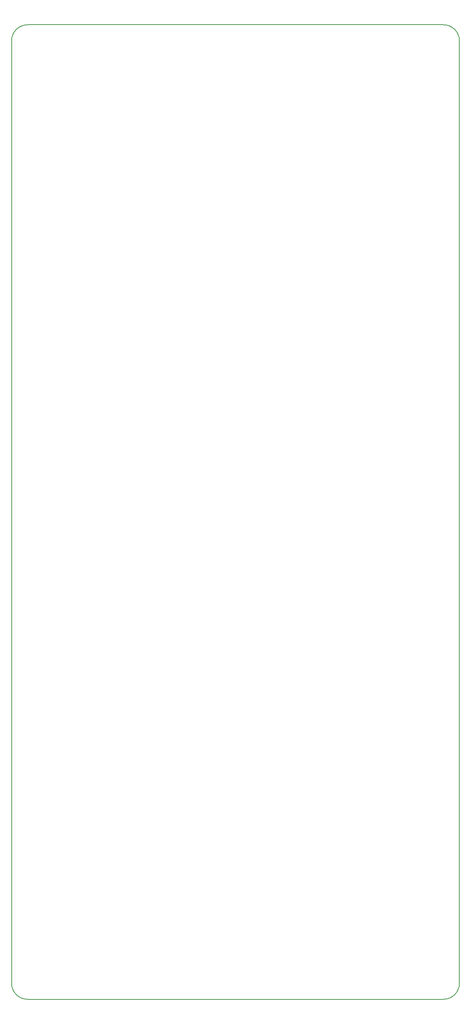
<source format=gbr>
G04 #@! TF.FileFunction,Profile,NP*
%FSLAX46Y46*%
G04 Gerber Fmt 4.6, Leading zero omitted, Abs format (unit mm)*
G04 Created by KiCad (PCBNEW 4.0.6) date Sunday, July 01, 2018 'PMt' 09:57:40 PM*
%MOMM*%
%LPD*%
G01*
G04 APERTURE LIST*
%ADD10C,0.100000*%
%ADD11C,0.150000*%
G04 APERTURE END LIST*
D10*
D11*
X155200000Y1150000D02*
X155200000Y1800000D01*
X54800000Y1200000D02*
X54800000Y1800000D01*
X155200000Y-209200000D02*
X155200000Y1200000D01*
X58400000Y5400000D02*
X151600000Y5400000D01*
X58400000Y5400000D02*
G75*
G03X54800000Y1800000I0J-3600000D01*
G01*
X54800000Y-209200000D02*
X54800000Y1200000D01*
X151600000Y-212800000D02*
X58400000Y-212800000D01*
X58400000Y-212800000D02*
X87200000Y-212800000D01*
X54800000Y-209200000D02*
G75*
G03X58400000Y-212800000I3600000J0D01*
G01*
X151600000Y-212800000D02*
G75*
G03X155200000Y-209200000I0J3600000D01*
G01*
X155200000Y1800000D02*
G75*
G03X151600000Y5400000I-3600000J0D01*
G01*
M02*

</source>
